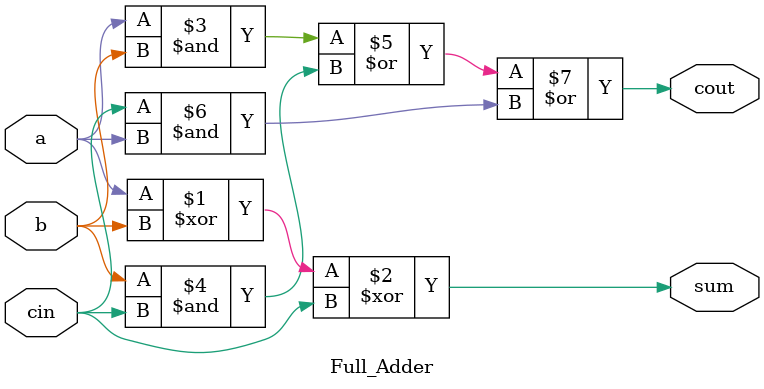
<source format=v>
module carry_ripple_adder(sum,cout,a,b,cin);
input [3:0]a,b;//4bit input a and b.
input cin;//carry input.
output [3:0]sum;//4bit output of sum.
output cout;//carry output.
wire w1,w2,w3;
//Full Adder Module Instantiation.
Full_Adder cr1(.sum(sum[0]),.cout(w1),.a(a[0]),.b(b[0]),.cin(cin));
Full_Adder cr2(.sum(sum[1]),.cout(w2),.a(a[1]),.b(b[1]),.cin(w1));
Full_Adder cr3(.sum(sum[2]),.cout(w3),.a(a[2]),.b(b[2]),.cin(w2));
Full_Adder cr4(.sum(sum[3]),.cout(cout),.a(a[3]),.b(b[3]),.cin(w3));
endmodule                                                                                                                                                                                      module Full_Adder(a,b,cin,sum,cout);
input a,b,cin;  //input a , b and carry input.
output sum,cout; //output sum and carry output.
assign sum=a^b^cin; //Ex-oring of inputs.
assign cout=(a&b)|(b&cin)|(cin&a);//carry out equation.
endmodule

</source>
